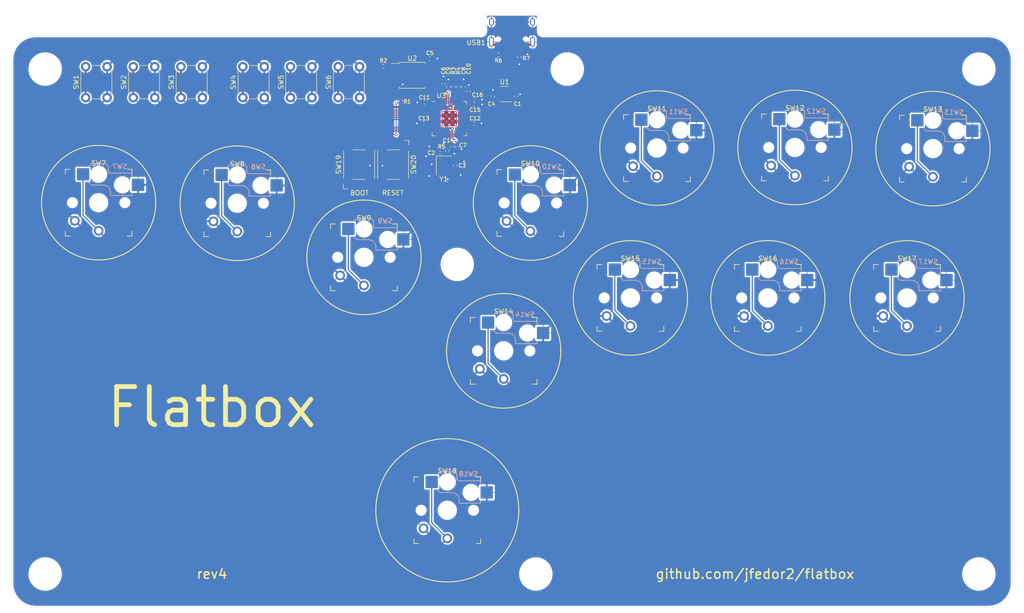
<source format=kicad_pcb>
(kicad_pcb (version 20221018) (generator pcbnew)
  (layers (0 "F.Cu" signal) (31 "B.Cu" signal) (34 "B.Paste" user) (35 "F.Paste" user) (36 "B.SilkS" user "B.Silkscreen") (37 "F.SilkS" user "F.Silkscreen") (38 "B.Mask" user) (39 "F.Mask" user) (44 "Edge.Cuts" user))
  (net 0 "")
  (net 1 "GND")
  (net 2 "+5V")
  (net 3 "D-")
  (net 4 "D+")
  (net 5 "Net-(USB1-Pad3)")
  (net 6 "Net-(USB1-Pad9)")
  (net 7 "LEFT")
  (net 8 "DOWN")
  (net 9 "RIGHT")
  (net 10 "UP")
  (net 11 "L1")
  (net 12 "R1")
  (net 13 "TRIANGLE")
  (net 14 "SQUARE")
  (net 15 "CIRCLE")
  (net 16 "CROSS")
  (net 17 "R2")
  (net 18 "L2")
  (net 19 "Net-(C3-Pad1)")
  (net 20 "+3V3")
  (net 21 "+1V1")
  (net 22 "Net-(R3-Pad2)")
  (net 23 "Net-(R4-Pad2)")
  (net 24 "Net-(R6-Pad1)")
  (net 25 "Net-(R7-Pad1)")
  (net 26 "XIN")
  (net 27 "XOUT")
  (net 28 "Net-(U1-Pad4)")
  (net 29 "OPT1")
  (net 30 "OPT2")
  (net 31 "OPT3")
  (net 32 "OPT4")
  (net 33 "OPT5")
  (net 34 "OPT6")
  (net 35 "Net-(R1-Pad2)")
  (net 36 "QSPI_SS")
  (net 37 "Net-(SW20-Pad2)")
  (net 38 "QSPI_SD3")
  (net 39 "QSPI_SCLK")
  (net 40 "QSPI_SD0")
  (net 41 "QSPI_SD2")
  (net 42 "QSPI_SD1")
  (net 43 "Net-(U3-Pad35)")
  (net 44 "Net-(U3-Pad34)")
  (net 45 "Net-(U3-Pad32)")
  (net 46 "Net-(U3-Pad31)")
  (net 47 "Net-(U3-Pad28)")
  (net 48 "Net-(U3-Pad25)")
  (net 49 "Net-(U3-Pad24)")
  (net 50 "Net-(U3-Pad18)")
  (net 51 "Net-(U3-Pad17)")
  (net 52 "Net-(U3-Pad16)")
  (net 53 "Net-(U3-Pad15)")
  (net 54 "Net-(U3-Pad11)")
  (net 55 "Net-(U3-Pad9)")
  (net 56 "Net-(U3-Pad2)")
  (footprint "Kailh:Kailh_socket_PG1350_optional" (layer "F.Cu") (at 87.32 65.17)
    (fp_text reference "SW8")
    (fp_text value "SW_Push")
  )
  (footprint "Kailh:Kailh_socket_PG1350_optional" (layer "F.Cu") (at 113.92 76.52)
    (fp_text reference "SW9")
    (fp_text value "SW_Push")
  )
  (footprint "Kailh:Kailh_socket_PG1350_optional" (layer "F.Cu") (at 131.42 129.62)
    (fp_text reference "SW18")
    (fp_text value "SW_Push")
  )
  (footprint "Kailh:Kailh_socket_PG1350_optional" (layer "F.Cu") (at 148.86 65.11)
    (fp_text reference "SW10")
    (fp_text value "SW_Push")
  )
  (footprint "Kailh:Kailh_socket_PG1350_optional" (layer "F.Cu") (at 175.42 53.58)
    (fp_text reference "SW11")
    (fp_text value "SW_Push")
  )
  (footprint "Kailh:Kailh_socket_PG1350_optional" (layer "F.Cu") (at 204.39 53.46)
    (fp_text reference "SW12")
    (fp_text value "SW_Push")
  )
  (footprint "Kailh:Kailh_socket_PG1350_optional" (layer "F.Cu") (at 233.36 53.7)
    (fp_text reference "SW13")
    (fp_text value "SW_Push")
  )
  (footprint "Kailh:Kailh_socket_PG1350_optional" (layer "F.Cu") (at 143.25 96.15)
    (fp_text reference "SW14")
    (fp_text value "SW_Push")
  )
  (footprint "Kailh:Kailh_socket_PG1350_optional" (layer "F.Cu") (at 169.86 85.04)
    (fp_text reference "SW15")
    (fp_text value "SW_Push")
  )
  (footprint "Kailh:Kailh_socket_PG1350_optional" (layer "F.Cu") (at 198.71 85.04)
    (fp_text reference "SW16")
    (fp_text value "SW_Push")
  )
  (footprint "Kailh:Kailh_socket_PG1350_optional" (layer "F.Cu") (at 227.92 85.04)
    (fp_text reference "SW17")
    (fp_text value "SW_Push")
  )
  (footprint "MountingHole:MountingHole_6.4mm_M6" (layer "F.Cu") (at 47 37)
    (fp_text reference "REF**" hide)
    (fp_text value "MountingHole_6.4mm_M6")
  )
  (footprint "MountingHole:MountingHole_6.4mm_M6" (layer "F.Cu") (at 47 143)
    (fp_text reference "REF**" hide)
    (fp_text value "MountingHole_6.4mm_M6")
  )
  (footprint "MountingHole:MountingHole_6.4mm_M6" (layer "F.Cu") (at 243 143)
    (fp_text reference "REF**" hide)
    (fp_text value "MountingHole_6.4mm_M6")
  )
  (footprint "MountingHole:MountingHole_6.4mm_M6" (layer "F.Cu") (at 243 37)
    (fp_text reference "REF**" hide)
    (fp_text value "MountingHole_6.4mm_M6")
  )
  (footprint "Kailh:Kailh_socket_PG1350_optional" (layer "F.Cu") (at 58.225 65.05)
    (fp_text reference "SW7")
    (fp_text value "SW_Push")
  )
  (footprint "MountingHole:MountingHole_6.4mm_M6" (layer "F.Cu") (at 156.6 37)
    (fp_text reference "REF**" hide)
    (fp_text value "MountingHole_6.4mm_M6")
  )
  (footprint "Button_Switch_THT:SW_PUSH_6mm_H5mm" (layer "F.Cu") (at 88.5 43 90)
    (fp_text reference "SW4")
    (fp_text value "SW_Push")
  )
  (footprint "Button_Switch_THT:SW_PUSH_6mm_H5mm" (layer "F.Cu") (at 65.5 43 90)
    (fp_text reference "SW2")
    (fp_text value "SW_Push")
  )
  (footprint "Button_Switch_THT:SW_PUSH_6mm_H5mm" (layer "F.Cu") (at 98.5 43 90)
    (fp_text reference "SW5")
    (fp_text value "SW_Push")
  )
  (footprint "Button_Switch_THT:SW_PUSH_6mm_H5mm" (layer "F.Cu") (at 55.5 43 90)
    (fp_text reference "SW1")
    (fp_text value "SW_Push")
  )
  (footprint "Button_Switch_THT:SW_PUSH_6mm_H5mm" (layer "F.Cu") (at 75.5 43 90)
    (fp_text reference "SW3")
    (fp_text value "SW_Push")
  )
  (footprint "Button_Switch_THT:SW_PUSH_6mm_H5mm" (layer "F.Cu") (at 108.5 43 90)
    (fp_text reference "SW6")
    (fp_text value "SW_Push")
  )
  (footprint "MountingHole:MountingHole_6.4mm_M6" (layer "F.Cu") (at 133.5 78)
    (fp_text reference "REF**" hide)
    (fp_text value "MountingHole_6.4mm_M6")
  )
  (footprint "MountingHole:MountingHole_6.4mm_M6" (layer "F.Cu") (at 150 143)
    (fp_text reference "REF**" hide)
    (fp_text value "MountingHole_6.4mm_M6")
  )
  (footprint "Resistor_SMD:R_0402_1005Metric" (layer "F.Cu") (at 146.55 34.5 -90)
    (fp_text reference "R7")
    (fp_text value "5.1k")
  )
  (footprint "Type-C:HRO-TYPE-C-31-M-12-Assembly" (layer "F.Cu") (at 145 24.5 180)
    (fp_text reference "USB1")
    (fp_text value "HRO-TYPE-C-31-M-12")
  )
  (footprint "Resistor_SMD:R_0402_1005Metric" (layer "F.Cu") (at 142.15 34.05 180)
    (fp_text reference "R6")
    (fp_text value "5.1k")
  )
  (footprint "Capacitor_SMD:C_0402_1005Metric" (layer "F.Cu") (at 145.8 42.75 90)
    (fp_text reference "C1")
    (fp_text value "1u")
  )
  (footprint "Capacitor_SMD:C_0402_1005Metric" (layer "F.Cu") (at 129.9 54.6)
    (fp_text reference "C2")
    (fp_text value "30p")
  )
  (footprint "Capacitor_SMD:C_0402_1005Metric" (layer "F.Cu") (at 141 42.75 90)
    (fp_text reference "C4")
    (fp_text value "1u")
  )
  (footprint "Capacitor_SMD:C_0402_1005Metric" (layer "F.Cu") (at 127.75 34.8)
    (fp_text reference "C5")
    (fp_text value "100n")
  )
  (footprint "Capacitor_SMD:C_0402_1005Metric" (layer "F.Cu") (at 130.6 40.1 90)
    (fp_text reference "C6")
    (fp_text value "100n")
  )
  (footprint "Capacitor_SMD:C_0402_1005Metric" (layer "F.Cu") (at 133.45 53.3 -90)
    (fp_text reference "C7")
    (fp_text value "100n")
  )
  (footprint "Capacitor_SMD:C_0402_1005Metric" (layer "F.Cu") (at 134.85 40.7 90)
    (fp_text reference "C8")
    (fp_text value "1u")
  )
  (footprint "Capacitor_SMD:C_0402_1005Metric" (layer "F.Cu") (at 131.65 40.7 90)
    (fp_text reference "C9")
    (fp_text value "100n")
  )
  (footprint "Capacitor_SMD:C_0402_1005Metric" (layer "F.Cu") (at 135.9 41.7 90)
    (fp_text reference "C10")
    (fp_text value "1u")
  )
  (footprint "Capacitor_SMD:C_0402_1005Metric" (layer "F.Cu") (at 137.1 44.45)
    (fp_text reference "C15")
    (fp_text value "100n")
  )
  (footprint "Capacitor_SMD:C_0402_1005Metric" (layer "F.Cu") (at 137.1 43.4)
    (fp_text reference "C16")
    (fp_text value "100n")
  )
  (footprint "Resistor_SMD:R_0402_1005Metric" (layer "F.Cu") (at 121.65 43.6 -90)
    (fp_text reference "R1")
    (fp_text value "1k")
  )
  (footprint "Resistor_SMD:R_0402_1005Metric" (layer "F.Cu") (at 118 36.4)
    (fp_text reference "R2")
    (fp_text value "10k")
  )
  (footprint "Resistor_SMD:R_0402_1005Metric" (layer "F.Cu") (at 133.78 40.7 -90)
    (fp_text reference "R4")
    (fp_text value "27")
  )
  (footprint "Button_Switch_SMD:SW_SPST_Omron_B3FS-100xP" (layer "F.Cu") (at 112.9 57.05 90)
    (fp_text reference "SW19")
    (fp_text value "SW_Push")
  )
  (footprint "Package_TO_SOT_SMD:SOT-23-5" (layer "F.Cu") (at 143.4 42.25 180)
    (fp_text reference "U1")
    (fp_text value "TLV73333PDBV")
  )
  (footprint "Package_SO:SOIC-8_5.23x5.23mm_P1.27mm" (layer "F.Cu") (at 124.05 38.3)
    (fp_text reference "U2")
    (fp_text value "W25Q128JVS")
  )
  (footprint "RP2040:RP2040-QFN-56" (layer "F.Cu") (at 131.85 47.4)
    (fp_text reference "U3")
    (fp_text value "RP2040")
  )
  (footprint "Crystal:Crystal_SMD_3225-4Pin_3.2x2.5mm" (layer "F.Cu") (at 130.75 57.25 -90)
    (fp_text reference "Y1")
    (fp_text value "Crystal_GND24")
  )
  (footprint "Resistor_SMD:R_0402_1005Metric" (layer "F.Cu") (at 132.7 40.7 -90)
    (fp_text reference "R3")
    (fp_text value "27")
  )
  (footprint "Capacitor_SMD:C_0402_1005Metric" (layer "F.Cu") (at 133.1 57.25 -90)
    (fp_text reference "C3")
    (fp_text value "30p")
  )
  (footprint "Button_Switch_SMD:SW_SPST_Omron_B3FS-100xP" (layer "F.Cu") (at 120.05 57.05 -90)
    (fp_text reference "SW20")
    (fp_text value "SW_Push")
  )
  (footprint "Capacitor_SMD:C_0402_1005Metric" (layer "F.Cu") (at 126.5 48.4 180)
    (fp_text reference "C13")
    (fp_text value "100n")
  )
  (footprint "Capacitor_SMD:C_0402_1005Metric" (layer "F.Cu") (at 137.1 48.4)
    (fp_text reference "C12")
    (fp_text value "100n")
  )
  (footprint "Resistor_SMD:R_0402_1005Metric" (layer "F.Cu") (at 131.4 54.15 90)
    (fp_text reference "R5")
    (fp_text value "1k")
  )
  (footprint "Capacitor_SMD:C_0402_1005Metric" (layer "F.Cu") (at 132.42 53.3 -90)
    (fp_text reference "C14")
    (fp_text value "100n")
  )
  (footprint "Capacitor_SMD:C_0402_1005Metric" (layer "F.Cu") (at 126.6 44 180)
    (fp_text reference "C11")
    (fp_text value "100n")
  )
  (gr_curve (pts (xy 210.385198 43.047376) (xy 214.096383 45.195832) (xy 216.382567 49.166344) (xy 216.382567 53.463258)) (stroke (width 0.2)) (layer "F.SilkS"))
  (gr_curve (pts (xy 154.860422 75.530868) (xy 151.149237 77.679325) (xy 146.576869 77.679325) (xy 142.865684 75.530868)) (stroke (width 0.2)) (layer "F.SilkS"))
  (gr_curve (pts (xy 163.420555 53.581518) (xy 163.420555 49.284605) (xy 165.706739 45.314093) (xy 169.417923 43.165636)) (stroke (width 0.2)) (layer "F.SilkS"))
  (gr_curve (pts (xy 210.385198 63.879139) (xy 206.674013 66.027596) (xy 202.101645 66.027596) (xy 198.39046 63.879139)) (stroke (width 0.2)) (layer "F.SilkS"))
  (gr_curve (pts (xy 210.706299 85.037421) (xy 210.706299 89.334334) (xy 208.420115 93.304846) (xy 204.70893 95.453303)) (stroke (width 0.2)) (layer "F.SilkS"))
  (gr_curve (pts (xy 181.412661 63.9974) (xy 177.701476 66.145857) (xy 173.129108 66.145857) (xy 169.417923 63.9974)) (stroke (width 0.2)) (layer "F.SilkS"))
  (gr_curve (pts (xy 163.859914 74.621539) (xy 167.571099 72.473082) (xy 172.143467 72.473082) (xy 175.854652 74.621539)) (stroke (width 0.2)) (layer "F.SilkS"))
  (gr_curve (pts (xy 137.252477 106.569308) (xy 133.541293 104.420852) (xy 131.255108 100.45034) (xy 131.255108 96.153426)) (stroke (width 0.2)) (layer "F.SilkS"))
  (gr_curve (pts (xy 198.39046 43.047376) (xy 202.101645 40.898919) (xy 206.674013 40.898919) (xy 210.385198 43.047376)) (stroke (width 0.2)) (layer "F.SilkS"))
  (gr_line (start 210.706299 85.037421) (end 210.706299 85.037421) (stroke (width 0.2)) (layer "F.SilkS"))
  (gr_curve (pts (xy 221.92329 74.621539) (xy 225.634475 72.473082) (xy 230.206843 72.473082) (xy 233.918028 74.621539)) (stroke (width 0.2)) (layer "F.SilkS"))
  (gr_curve (pts (xy 175.854652 95.453303) (xy 172.143467 97.601759) (xy 167.571099 97.601759) (xy 163.859914 95.453303)) (stroke (width 0.2)) (layer "F.SilkS"))
  (gr_curve (pts (xy 149.247215 106.569308) (xy 145.53603 108.717765) (xy 140.963662 108.717765) (xy 137.252477 106.569308)) (stroke (width 0.2)) (layer "F.SilkS"))
  (gr_line (start 99.309821 65.17053) (end 99.309821 65.17053) (stroke (width 0.2)) (layer "F.SilkS"))
  (gr_curve (pts (xy 136.868315 65.114986) (xy 136.868315 60.818073) (xy 139.154499 56.847561) (xy 142.865684 54.699104)) (stroke (width 0.2)) (layer "F.SilkS"))
  (gr_curve (pts (xy 192.714192 74.621539) (xy 196.425377 72.473082) (xy 200.997745 72.473082) (xy 204.70893 74.621539)) (stroke (width 0.2)) (layer "F.SilkS"))
  (gr_line (start 146.420969 129.619665) (end 146.420969 129.619665) (stroke (width 0.2)) (layer "F.SilkS"))
  (gr_curve (pts (xy 233.918028 95.453303) (xy 230.206843 97.601759) (xy 225.634475 97.601759) (xy 221.92329 95.453303)) (stroke (width 0.2)) (layer "F.SilkS"))
  (gr_curve (pts (xy 187.41003 53.581518) (xy 187.41003 57.878432) (xy 185.123846 61.848943) (xy 181.412661 63.9974)) (stroke (width 0.2)) (layer "F.SilkS"))
  (gr_curve (pts (xy 175.854652 74.621539) (xy 179.565837 76.769996) (xy 181.852021 80.740507) (xy 181.852021 85.037421)) (stroke (width 0.2)) (layer "F.SilkS"))
  (gr_curve (pts (xy 233.918028 74.621539) (xy 237.629213 76.769996) (xy 239.915397 80.740507) (xy 239.915397 85.037421)) (stroke (width 0.2)) (layer "F.SilkS"))
  (gr_line (start 216.382567 53.463258) (end 216.382567 53.463258) (stroke (width 0.2)) (layer "F.SilkS"))
  (gr_curve (pts (xy 46.22954 65.05228) (xy 46.22954 60.755367) (xy 48.515724 56.784855) (xy 52.226909 54.636398)) (stroke (width 0.2)) (layer "F.SilkS"))
  (gr_curve (pts (xy 155.244584 96.153426) (xy 155.244584 100.45034) (xy 152.9584 104.420852) (xy 149.247215 106.569308)) (stroke (width 0.2)) (layer "F.SilkS"))
  (gr_curve (pts (xy 101.927798 76.523042) (xy 101.927798 72.226128) (xy 104.213982 68.255617) (xy 107.925166 66.10716)) (stroke (width 0.2)) (layer "F.SilkS"))
  (gr_curve (pts (xy 131.255108 96.153426) (xy 131.255108 91.856513) (xy 133.541293 87.886001) (xy 137.252477 85.737546)) (stroke (width 0.2)) (layer "F.SilkS"))
  (gr_line (start 125.917273 76.523042) (end 125.917273 76.523042) (stroke (width 0.2)) (layer "F.SilkS"))
  (gr_curve (pts (xy 123.913745 142.649412) (xy 119.271238 139.9618) (xy 116.411337 134.994889) (xy 116.411337 129.619665)) (stroke (width 0.2)) (layer "F.SilkS"))
  (gr_curve (pts (xy 52.226909 54.636398) (xy 55.938093 52.487941) (xy 60.510462 52.487941) (xy 64.221646 54.636398)) (stroke (width 0.2)) (layer "F.SilkS"))
  (gr_line (start 239.915397 85.037421) (end 239.915397 85.037421) (stroke (width 0.2)) (layer "F.SilkS"))
  (gr_curve (pts (xy 107.925166 86.938924) (xy 104.213982 84.790467) (xy 101.927798 80.819955) (xy 101.927798 76.523042)) (stroke (width 0.2)) (layer "F.SilkS"))
  (gr_curve (pts (xy 146.420969 129.619665) (xy 146.420969 134.994889) (xy 143.561067 139.9618) (xy 138.918561 142.649412)) (stroke (width 0.2)) (layer "F.SilkS"))
  (gr_curve (pts (xy 192.393091 53.463258) (xy 192.393091 49.166344) (xy 194.679275 45.195832) (xy 198.39046 43.047376)) (stroke (width 0.2)) (layer "F.SilkS"))
  (gr_line (start 245.355098 53.699766) (end 245.355098 53.699766) (stroke (width 0.2)) (layer "F.SilkS"))
  (gr_curve (pts (xy 142.865684 54.699104) (xy 146.576869 52.550648) (xy 151.149237 52.550648) (xy 154.860422 54.699104)) (stroke (width 0.2)) (layer "F.SilkS"))
  (gr_curve (pts (xy 149.247215 85.737546) (xy 152.9584 87.886001) (xy 155.244584 91.856513) (xy 155.244584 96.153426)) (stroke (width 0.2)) (layer "F.SilkS"))
  (gr_curve (pts (xy 192.714192 95.453303) (xy 189.003008 93.304846) (xy 186.716823 89.334334) (xy 186.716823 85.037421)) (stroke (width 0.2)) (layer "F.SilkS"))
  (gr_curve (pts (xy 81.317714 54.754648) (xy 85.028899 52.606192) (xy 89.601267 52.606192) (xy 93.312452 54.754648)) (stroke (width 0.2)) (layer "F.SilkS"))
  (gr_curve (pts (xy 160.857791 65.114986) (xy 160.857791 69.4119) (xy 158.571607 73.382411) (xy 154.860422 75.530868)) (stroke (width 0.2)) (layer "F.SilkS"))
  (gr_curve (pts (xy 138.918561 116.589918) (xy 143.561067 119.277529) (xy 146.420969 124.244441) (xy 146.420969 129.619665)) (stroke (width 0.2)) (layer "F.SilkS"))
  (gr_curve (pts (xy 221.92329 95.453303) (xy 218.212105 93.304846) (xy 215.925921 89.334334) (xy 215.925921 85.037421)) (stroke (width 0.2)) (layer "F.SilkS"))
  (gr_curve (pts (xy 137.252477 85.737546) (xy 140.963662 83.589088) (xy 145.53603 83.589088) (xy 149.247215 85.737546)) (stroke (width 0.2)) (layer "F.SilkS"))
  (gr_curve (pts (xy 186.716823 85.037421) (xy 186.716823 80.740507) (xy 189.003008 76.769996) (xy 192.714192 74.621539)) (stroke (width 0.2)) (layer "F.SilkS"))
  (gr_curve (pts (xy 245.355098 53.699766) (xy 245.355097 60.342218) (xy 239.98487 65.72699) (xy 233.36036 65.72699)) (stroke (width 0.2)) (layer "F.SilkS"))
  (gr_curve (pts (xy 239.915397 85.037421) (xy 239.915397 89.334334) (xy 237.629213 93.304846) (xy 233.918028 95.453303)) (stroke (width 0.2)) (layer "F.SilkS"))
  (gr_curve (pts (xy 239.357729 43.283884) (xy 243.068914 45.432341) (xy 245.355098 49.402853) (xy 245.355098 53.699766)) (stroke (width 0.2)) (layer "F.SilkS"))
  (gr_line (start 155.244584 96.153426) (end 155.244584 96.153426) (stroke (width 0.2)) (layer "F.SilkS"))
  (gr_curve (pts (xy 123.913745 116.589918) (xy 128.556251 113.902306) (xy 134.276055 113.902306) (xy 138.918561 116.589918)) (stroke (width 0.2)) (layer "F.SilkS"))
  (gr_curve (pts (xy 138.918561 142.649412) (xy 134.276055 145.337024) (xy 128.556251 145.337024) (xy 123.913745 142.649412)) (stroke (width 0.2)) (layer "F.SilkS"))
  (gr_curve (pts (xy 99.309821 65.17053) (xy 99.309821 69.467444) (xy 97.023636 73.437955) (xy 93.312452 75.586412)) (stroke (width 0.2)) (layer "F.SilkS"))
  (gr_curve (pts (xy 64.221646 75.468162) (xy 60.510462 77.616619) (xy 55.938093 77.616619) (xy 52.226909 75.468162)) (stroke (width 0.2)) (layer "F.SilkS"))
  (gr_line (start 70.219015 65.05228) (end 70.219015 65.05228) (stroke (width 0.2)) (layer "F.SilkS"))
  (gr_curve (pts (xy 204.70893 95.453303) (xy 200.997745 97.601759) (xy 196.425377 97.601759) (xy 192.714192 95.453303)) (stroke (width 0.2)) (layer "F.SilkS"))
  (gr_curve (pts (xy 215.925921 85.037421) (xy 215.925921 80.740507) (xy 218.212105 76.769996) (xy 221.92329 74.621539)) (stroke (width 0.2)) (layer "F.SilkS"))
  (gr_curve (pts (xy 157.862545 85.037421) (xy 157.862545 80.740507) (xy 160.148729 76.769996) (xy 163.859914 74.621539)) (stroke (width 0.2)) (layer "F.SilkS"))
  (gr_curve (pts (xy 163.859914 95.453303) (xy 160.148729 93.304846) (xy 157.862545 89.334334) (xy 157.862545 85.037421)) (stroke (width 0.2)) (layer "F.SilkS"))
  (gr_curve (pts (xy 119.919904 86.938924) (xy 116.208719 89.08738) (xy 111.636351 89.08738) (xy 107.925166 86.938924)) (stroke (width 0.2)) (layer "F.SilkS"))
  (gr_line (start 181.852021 85.037421) (end 181.852021 85.037421) (stroke (width 0.2)) (layer "F.SilkS"))
  (gr_curve (pts (xy 154.860422 54.699104) (xy 158.571607 56.847561) (xy 160.857791 60.818073) (xy 160.857791 65.114986)) (stroke (width 0.2)) (layer "F.SilkS"))
  (gr_curve (pts (xy 75.320345 65.17053) (xy 75.320345 60.873617) (xy 77.606529 56.903105) (xy 81.317714 54.754648)) (stroke (width 0.2)) (layer "F.SilkS"))
  (gr_curve (pts (xy 93.312452 54.754648) (xy 97.023636 56.903105) (xy 99.309821 60.873617) (xy 99.309821 65.17053)) (stroke (width 0.2)) (layer "F.SilkS"))
  (gr_curve (pts (xy 119.919904 66.10716) (xy 123.631089 68.255617) (xy 125.917273 72.226128) (xy 125.917273 76.523042)) (stroke (width 0.2)) (layer "F.SilkS"))
  (gr_curve (pts (xy 116.411337 129.619665) (xy 116.411337 124.244441) (xy 119.271238 119.277529) (xy 123.913745 116.589918)) (stroke (width 0.2)) (layer "F.SilkS"))
  (gr_line (start 187.41003 53.581518) (end 187.41003 53.581518) (stroke (width 0.2)) (layer "F.SilkS"))
  (gr_curve (pts (xy 107.925166 66.10716) (xy 111.636351 63.958703) (xy 116.208719 63.958703) (xy 119.919904 66.10716)) (stroke (width 0.2)) (layer "F.SilkS"))
  (gr_curve (pts (xy 169.417923 63.9974) (xy 165.706739 61.848943) (xy 163.420555 57.878432) (xy 163.420555 53.581518)) (stroke (width 0.2)) (layer "F.SilkS"))
  (gr_curve (pts (xy 93.312452 75.586412) (xy 89.601267 77.734869) (xy 85.028899 77.734869) (xy 81.317714 75.586412)) (stroke (width 0.2)) (layer "F.SilkS"))
  (gr_curve (pts (xy 181.412661 43.165636) (xy 185.123846 45.314093) (xy 187.41003 49.284605) (xy 187.41003 53.581518)) (stroke (width 0.2)) (layer "F.SilkS"))
  (gr_curve (pts (xy 125.917273 76.523042) (xy 125.917273 80.819955) (xy 123.631089 84.790467) (xy 119.919904 86.938924)) (stroke (width 0.2)) (layer "F.SilkS"))
  (gr_curve (pts (xy 181.852021 85.037421) (xy 181.852021 89.334334) (xy 179.565837 93.304846) (xy 175.854652 95.453303)) (stroke (width 0.2)) (layer "F.SilkS"))
  (gr_line (start 160.857791 65.114986) (end 160.857791 65.114986) (stroke (width 0.2)) (layer "F.SilkS"))
  (gr_curve (pts (xy 216.382567 53.463258) (xy 216.382567 57.760171) (xy 214.096383 61.730683) (xy 210.385198 63.879139)) (stroke (width 0.2)) (layer "F.SilkS"))
  (gr_curve (pts (xy 70.219015 65.05228) (xy 70.219015 69.349193) (xy 67.932831 73.319705) (xy 64.221646 75.468162)) (stroke (width 0.2)) (layer "F.SilkS"))
  (gr_curve (pts (xy 221.365622 53.699766) (xy 221.365622 49.402853) (xy 223.651806 45.432341) (xy 227.362991 43.283884)) (stroke (width 0.2)) (layer "F.SilkS"))
  (gr_curve (pts (xy 233.36036 65.72699) (xy 226.73585 65.72699) (xy 221.365623 60.342218) (xy 221.365622 53.699766)) (stroke (width 0.2)) (layer "F.SilkS"))
  (gr_curve (pts (xy 142.865684 75.530868) (xy 139.154499 73.382411) (xy 136.868315 69.4119) (xy 136.868315 65.114986)) (stroke (width 0.2)) (layer "F.SilkS"))
  (gr_curve (pts (xy 169.417923 43.165636) (xy 173.129108 41.01718) (xy 177.701476 41.01718) (xy 181.412661 43.165636)) (stroke (width 0.2)) (layer "F.SilkS"))
  (gr_curve (pts (xy 81.317714 75.586412) (xy 77.606529 73.437955) (xy 75.320345 69.467444) (xy 75.320345 65.17053)) (stroke (width 0.2)) (layer "F.SilkS"))
  (gr_curve (pts (xy 198.39046 63.879139) (xy 194.679275 61.730683) (xy 192.393091 57.760171) (xy 192.393091 53.463258)) (stroke (width 0.2)) (layer "F.SilkS"))
  (gr_curve (pts (xy 204.70893 74.621539) (xy 208.420115 76.769996) (xy 210.706299 80.740507) (xy 210.706299 85.037421)) (stroke (width 0.2)) (layer "F.SilkS"))
  (gr_curve (pts (xy 64.221646 54.636398) (xy 67.932831 56.784855) (xy 70.219015 60.755367) (xy 70.219015 65.05228)) (stroke (width 0.2)) (layer "F.SilkS"))
  (gr_curve (pts (xy 52.226909 75.468162) (xy 48.515724 73.319705) (xy 46.22954 69.349193) (xy 46.22954 65.05228)) (stroke (width 0.2)) (layer "F.SilkS"))
  (gr_curve (pts (xy 227.362991 43.283884) (xy 231.074176 41.135427) (xy 235.646544 41.135427) (xy 239.357729 43.283884)) (stroke (width 0.2)) (layer "F.SilkS"))
  (gr_line (start 150.5 25.5) (end 150.5 29) (stroke (width 0.05)) (layer "Edge.Cuts"))
  (gr_line (start 45 30) (end 138.5 30) (stroke (width 0.05)) (layer "Edge.Cuts"))
  (gr_line (start 250 35) (end 250 145) (stroke (width 0.05)) (layer "Edge.Cuts"))
  (gr_line (start 245 150) (end 45 150) (stroke (width 0.05)) (layer "Edge.Cuts"))
  (gr_line (start 40 145) (end 40 35) (stroke (width 0.05)) (layer "Edge.Cuts"))
  (gr_line (start 151.5 30) (end 245 30) (stroke (width 0.05)) (layer "Edge.Cuts"))
  (gr_arc (start 151.5 30) (mid 150.792893 29.707107) (end 150.5 29) (stroke (width 0.05)) (layer "Edge.Cuts"))
  (gr_line (start 139.5 29) (end 139.5 25.5) (stroke (width 0.05)) (layer "Edge.Cuts"))
  (gr_line (start 139.5 25.5) (end 150.5 25.5) (stroke (width 0.05)) (layer "Edge.Cuts"))
  (gr_arc (start 139.5 29) (mid 139.207107 29.707107) (end 138.5 30) (stroke (width 0.05)) (layer "Edge.Cuts"))
  (gr_arc (start 245 30) (mid 248.535534 31.464466) (end 250 35) (stroke (width 0.05)) (layer "Edge.Cuts"))
  (gr_arc (start 45 150) (mid 41.464466 148.535534) (end 40 145) (stroke (width 0.05)) (layer "Edge.Cuts"))
  (gr_arc (start 40 35) (mid 41.464466 31.464466) (end 45 30) (stroke (width 0.05)) (layer "Edge.Cuts"))
  (gr_arc (start 250 145) (mid 248.535534 148.535534) (end 245 150) (stroke (width 0.05)) (layer "Edge.Cuts"))
  (gr_text "RESET" (at 120 63) (layer "F.SilkS") (effects (font (size 1 1))))
  (gr_text "github.com/jfedor2/flatbox" (at 196 143) (layer "F.SilkS") (effects (font (size 2 2) (thickness 0.3))))
  (gr_text "rev4" (at 82 143) (layer "F.SilkS") (effects (font (size 2 2) (thickness 0.3))))
  (gr_text "Flatbox" (at 82 108) (layer "F.SilkS") (effects (font (size 8 8) (thickness 1))))
  (gr_text "BOOT" (at 113 63) (layer "F.SilkS") (effects (font (size 1 1))))
  (segment (start 130.85 50.8375) (end 130.85 52.3) (width 0.2) (layer "F.Cu") (net 1))
  (segment (start 120.45 40.205) (end 122.045 40.205) (width 0.2) (layer "F.Cu") (net 1))
  (segment (start 133.1 58.690002) (end 132.340002 59.45) (width 0.2) (layer "F.Cu") (net 1))
  (segment (start 117.8 53.05) (end 117.8 57.3) (width 0.2) (layer "F.Cu") (net 1))
  (segment (start 134.38 53.78) (end 134.4 53.8) (width 0.2) (layer "F.Cu") (net 1))
  (segment (start 126.02 48.4) (end 125.05 48.4) (width 0.2) (layer "F.Cu") (net 1))
  (segment (start 128.85 55.17) (end 128.85 57.3) (width 0.2) (layer "F.Cu") (net 1))
  (segment (start 146.67 42.27) (end 146.7 42.3) (width 0.4) (layer "F.Cu") (net 1))
  (segment (start 129.42 53.73) (end 129.42 54.6) (width 0.2) (layer "F.Cu") (net 1))
  (segment (start 134.85 40.22) (end 134.85 39.2) (width 0.2) (layer "F.Cu") (net 1))
  (segment (start 141 42.27) (end 141 41.35) (width 0.4) (layer "F.Cu") (net 1))
  (segment (start 145.8 42.27) (end 146.67 42.27) (width 0.4) (layer "F.Cu") (net 1))
  (segment (start 115.15 61.05) (end 115.15 57.3) (width 0.2) (layer "F.Cu") (net 1))
  (segment (start 141.775 32.195) (end 141.595 32.195) (width 0.381) (layer "F.Cu") (net 1))
  (segment (start 141.75 33.94) (end 141.64 34.05) (width 0.2) (layer "F.Cu") (net 1))
  (segment (start 130.85 52.3) (end 130.65 52.5) (width 0.2) (layer "F.Cu") (net 1))
  (segment (start 132.42 54.27) (end 132.9 54.75) (width 0.2) (layer "F.Cu") (net 1))
  (segment (start 129.9 58.25) (end 131.6 56.55) (width 0.2) (layer "F.Cu") (net 1))
  (segment (start 141.02 42.25) (end 141 42.27) (width 0.4) (layer "F.Cu") (net 1))
  (segment (start 128.85 57.3) (end 129.9 58.35) (width 0.2) (layer "F.Cu") (net 1))
  (segment (start 149.32 31.28) (end 148.405 32.195) (width 0.381) (layer "F.Cu") (net 1))
  (segment (start 137.58 43.4) (end 138.7 43.4) (width 0.2) (layer "F.Cu") (net 1))
  (segment (start 145.8 42.27) (end 144.52 42.27) (width 0.4) (layer "F.Cu") (net 1))
  (segment (start 146.55 35.01) (end 146.55 36) (width 0.2) (layer "F.Cu") (net 1))
  (segment (start 141.595 32.195) (end 140.68 31.28) (width 0.381) (layer "F.Cu") (net 1))
  (segment (start 128.23 34.8) (end 129.35 34.8) (width 0.4) (layer "F.Cu") (net 1))
  (segment (start 131.65 40.22) (end 131.65 39.2) (width 0.2) (layer "F.Cu") (net 1))
  (segment (start 148.405 32.195) (end 148.35 32.195) (width 0.381) (layer "F.Cu") (net 1))
  (segment (start 130.65 52.5) (end 129.42 53.73) (width 0.2) (layer "F.Cu") (net 1))
  (segment (start 129.9 59.25) (end 129.9 58.35) (width 0.2) (layer "F.Cu") (net 1))
  (segment (start 129.42 54.6) (end 128.85 55.17) (width 0.2) (layer "F.Cu") (net 1))
  (segment (start 130.6 39.62) (end 130.6 38.55) (width 0.2) (layer "F.Cu") (net 1))
  (segment (start 130.1 59.45) (end 129.9 59.25) (width 0.2) (layer "F.Cu") (net 1))
  (segment (start 126.12 44) (end 125.1 44) (width 0.4) (layer "F.Cu") (net 1))
  (segment (start 133.1 57.73) (end 133.1 58.690002) (width 0.2) (layer "F.Cu") (net 1))
  (segment (start 132.340002 59.45) (end 130.1 59.45) (width 0.2) (layer "F.Cu") (net 1))
  (segment (start 122.045 40.205) (end 122.05 40.2) (width 0.2) (layer "F.Cu") (net 1))
  (segment (start 148.25 32.195) (end 148.25 33.9) (width 0.4) (layer "F.Cu") (net 1))
  (segment (start 141.75 32.195) (end 141.75 33.94) (width 0.2) (layer "F.Cu") (net 1))
  (segment (start 135.9 41.22) (end 135.9 40.35) (width 0.2) (layer "F.Cu") (net 1))
  (segment (start 144.52 42.27) (end 144.5 42.25) (width 0.4) (layer "F.Cu") (net 1))
  (segment (start 117.8 57.3) (end 117.8 61.05) (width 0.2) (layer "F.Cu") (net 1))
  (segment (start 129.9 58.35) (end 129.9 58.25) (width 0.2) (layer "F.Cu") (net 1))
  (segment (start 144.5 42.25) (end 141.02 42.25) (width 0.4) (layer "F.Cu") (net 1))
  (segment (start 137.58 48.4) (end 138.6 48.4) (width 0.2) (layer "F.Cu") (net 1))
  (segment (start 137.58 44.45) (end 138.7 44.45) (width 0.2) (layer "F.Cu") (net 1))
  (segment (start 131.6 56.55) (end 131.6 56.15) (width 0.2) (layer "F.Cu") (net 1))
  (segment (start 133.45 53.78) (end 134.38 53.78) (width 0.2) (layer "F.Cu") (net 1))
  (segment (start 115.15 57.3) (end 115.15 53.05) (width 0.2) (layer "F.Cu") (net 1))
  (segment (start 132.42 53.78) (end 132.42 54.27) (width 0.2) (layer "F.Cu") (net 1))
  (via (at 146.7 42.3) (size 0.6) (drill 0.35) (layers "F.Cu" "B.Cu") (net 1))
  (via (at 148.25 33.9) (size 0.6) (drill 0.35) (layers "F.Cu" "B.Cu") (net 1))
  (via (at 127.6 59.45) (size 0.6) (drill 0.35) (layers "F.Cu" "B.Cu") (net 1))
  (via (at 131.5 60.1) (size 0.6) (drill 0.35) (layers "F.Cu" "B.Cu") (net 1))
  (via (at 125.1 44) (size 0.6) (drill 0.35) (layers "F.Cu" "B.Cu") (net 1))
  (via (at 141 41.35) (size 0.6) (drill 0.35) (layers "F.Cu" "B.Cu") (net 1))
  (via (at 115.15 57.3) (size 0.6) (drill 0.35) (layers "F.Cu" "B.Cu") (net 1))
  (via (at 134.85 39.2) (size 0.6) (drill 0.35) (layers "F.Cu" "B.Cu") (net 1))
  (via (at 127.65 53.25) (size 0.6) (drill 0.35) (layers "F.Cu" "B.Cu") (net 1))
  (via (at 138.7 43.4) (size 0.6) (drill 0.35) (layers "F.Cu" "B.Cu") (net 1))
  (via (at 146.55 36) (size 0.6) (drill 0.35) (layers "F.Cu" "B.Cu") (net 1))
  (via (at 117.8 57.3) (size 0.6) (drill 0.35) (layers "F.Cu" "B.Cu") (net 1))
  (via (at 126.95 55.3) (size 0.6) (drill 0.35) (layers "F.Cu" "B.Cu") (net 1))
  (via (at 130.6 38.55) (size 0.6) (drill 0.35) (layers "F.Cu" "B.Cu") (net 1))
  (via (at 134.2 59.25) (size 0.6) (drill 0.35) (layers "F.Cu" "B.Cu") (net 1))
  (via (at 130.65 52.5) (size 0.6) (drill 0.35) (layers "F.Cu" "B.Cu") (net 1))
  (via (at 129.35 34.8) (size 0.6) (drill 0.35) (layers "F.Cu" "B.Cu") (net 1))
  (via (at 131.65 39.2) (size 0.6) (drill 0.35) (layers "F.Cu" "B.Cu") (net 1))
  (via (at 134.4 53.8) (size 0.6) (drill 0.35) (layers "F.Cu" "B.Cu") (net 1))
  (via (at 125.05 48.4) (size 0.6) (drill 0.35) (layers "F.Cu" "B.Cu") (net 1))
  (via (at 138.7 44.45) (size 0.6) (drill 0.35) (layers "F.Cu" "B.Cu") (net 1))
  (via (at 132.9 54.75) (size 0.6) (drill 0.35) (layers "F.Cu" "B.Cu") (net 1))
  (via (at 122.05 40.2) (size 0.6) (drill 0.35) (layers "F.Cu" "B.Cu") (net 1))
  (via (at 134.95 56.4) (size 0.6) (drill 0.35) (layers "F.Cu" "B.Cu") (net 1))
  (via (at 128.15 57) (size 0.6) (drill 0.35) (layers "F.Cu" "B.Cu") (net 1))
  (via (at 135.9 40.35) (size 0.6) (drill 0.35) (layers "F.Cu" "B.Cu") (net 1))
  (via (at 138.6 48.4) (size 0.6) (drill 0.35) (layers "F.Cu" "B.Cu") (net 1))
  (segment (start 138.25 99.95) (end 134.55 103.65) (width 0.381) (layer "B.Cu") (net 1))
  (segment (start 86.25 72.9) (end 88.8 72.9) (width 0.381) (layer "B.Cu") (net 1))
  (segment (start 232.51 61.65) (end 235.45 61.65) (width 0.381) (layer "B.Cu") (net 1))
  (segment (start 113 36.5) (end 113 43) (width 0.381) (layer "B.Cu") (net 1))
  (segment (start 62.1 34.4) (end 60 36.5) (width 0.381) (layer "B.Cu") (net 1))
  (segment (start 71.3 61.3) (end 78.97 68.97) (width 0.381) (layer "B.Cu") (net 1))
  (segment (start 169.59 56.55) (end 170.42 57.38) (width 0.381) (layer "B.Cu") (net 1))
  (segment (start 183.695 49.83) (end 191.96 49.83) (width 0.381) (layer "B.Cu") (net 1))
  (segment (start 98.1 62.25) (end 98.1 69.5) (width 0.381) (layer "B.Cu") (net 1))
  (segment (start 171.3 92.9) (end 178.135 86.065) (width 0.381) (layer "B.Cu") (net 1))
  (segment (start 72 45) (end 70 43) (width 0.381) (layer "B.Cu") (net 1))
  (segment (start 113 36.5) (end 110.9 34.4) (width 0.381) (layer "B.Cu") (net 1))
  (segment (start 105.1 34.4) (end 103 36.5) (width 0.381) (layer "B.Cu") (net 1))
  (segment (start 178.135 86.065) (end 178.135 81.29) (width 0.381) (layer "B.Cu") (net 1))
  (segment (start 237.544499 45.859499) (end 241.635 49.95) (width 0.381) (layer "B.Cu") (net 1))
  (segment (start 200.35 93.05) (end 206.985 86.415) (width 0.381) (layer "B.Cu") (net 1))
  (segment (start 101 45) (end 95 45) (width 0.381) (layer "B.Cu") (net 1))
  (segment (start 236.195 86.505) (end 236.195 81.29) (width 0.381) (layer "B.Cu") (net 1))
  (segment (start 60 36.5) (end 60 43) (width 0.381) (layer "B.Cu") (net 1))
  (segment (start 235.45 61.65) (end 241.635 55.465) (width 0.381) (layer "B.Cu") (net 1))
  (segment (start 57.175 72.8) (end 59.4 72.8) (width 0.381) (layer "B.Cu") (net 1))
  (segment (start 93 36.5) (end 93 43) (width 0.381) (layer "B.Cu") (net 1))
  (segment (start 49.2 64.825) (end 53.225 68.85) (width 0.381) (layer "B.Cu") (net 1))
  (segment (start 164.86 88.84) (end 155.085 88.84) (width 0.381) (layer "B.Cu") (net 1))
  (segment (start 196.831401 54.701401) (end 199.39 57.26) (width 0.381) (layer "B.Cu") (net 1))
  (segment (start 197.92 93.05) (end 200.35 93.05) (width 0.381) (layer "B.Cu") (net 1))
  (segment (start 143.86 68.91) (end 148.05 73.1) (width 0.381) (layer "B.Cu") (net 1))
  (segment (start 78.97 68.97) (end 82.32 68.97) (width 0.381) (layer "B.Cu") (net 1))
  (segment (start 157.135 61.36) (end 161.945 56.55) (width 0.381) (layer "B.Cu") (net 1))
  (segment (start 49.2 53.8) (end 49.2 64.825) (width 0.381) (layer "B.Cu") (net 1))
  (segment (start 226.98 92.9) (end 229.8 92.9) (width 0.381) (layer "B.Cu") (net 1))
  (segment (start 142.4 104.1) (end 144.9 104.1) (width 0.381) (layer "B.Cu") (net 1))
  (segment (start 97.27 61.42) (end 98.1 62.25) (width 0.381) (layer "B.Cu") (net 1))
  (segment (start 139.695 130.405) (end 139.695 125.87) (width 0.381) (layer "B.Cu") (net 1))
  (segment (start 66.5 65.7) (end 66.5 61.3) (width 0.381) (layer "B.Cu") (net 1))
  (segment (start 95.595 61.42) (end 97.27 61.42) (width 0.381) (layer "B.Cu") (net 1))
  (segment (start 228.36 57.5) (end 224.5 61.36) (width 0.381) (layer "B.Cu") (net 1))
  (segment (start 122.195 72.77) (end 127.865 67.1) (width 0.381) (layer "B.Cu") (net 1))
  (segment (start 82.1 34.4) (end 80 36.5) (width 0.381) (layer "B.Cu") (net 1))
  (segment (start 211.79 81.29) (end 206.985 81.29) (width 0.381) (layer "B.Cu") (net 1))
  (segment (start 60 43) (end 49.2 53.8) (width 0.381) (layer "B.Cu") (net 1))
  (segment (start 70 36.5) (end 67.9 34.4) (width 0.381) (layer "B.Cu") (net 1))
  (segment (start 229.8 92.9) (end 236.195 86.505) (width 0.381) (layer "B.Cu") (net 1))
  (segment (start 95 45) (end 93 43) (width 0.381) (layer "B.Cu") (net 1))
  (segment (start 139.695 120.045) (end 139.695 125.87) (width 0.381) (layer "B.Cu") (net 1))
  (segment (start 241.635 55.465) (end 241.635 49.95) (width 0.381) (layer "B.Cu") (net 1))
  (segment (start 157.135 66.365) (end 157.135 61.36) (width 0.381) (layer "B.Cu") (net 1))
  (segment (start 53.225 68.85) (end 57.175 72.8) (width 0.381) (layer "B.Cu") (net 1))
  (segment (start 67.9 34.4) (end 62.1 34.4) (width 0.381) (layer "B.Cu") (net 1))
  (segment (start 126.42 133.42) (end 130.5 137.5) (width 0.381) (layer "B.Cu") (net 1))
  (segment (start 112.85 84.25) (end 115.4 84.25) (width 0.381) (layer "B.Cu") (net 1))
  (segment (start 108.92 80.32) (end 112.85 84.25) (width 0.381) (layer "B.Cu") (net 1))
  (segment (start 228.36 57.5) (end 232.51 61.65) (width 0.381) (layer "B.Cu") (net 1))
  (segment (start 193.71 88.84) (end 197.92 93.05) (width 0.381) (layer "B.Cu") (net 1))
  (segment (start 134.55 103.65) (end 134.55 114.9) (width 0.381) (layer "B.Cu") (net 1))
  (segment (start 134.55 114.9) (end 139.695 120.045) (width 0.381) (layer "B.Cu") (net 1))
  (segment (start 82.32 68.97) (end 86.25 72.9) (width 0.381) (layer "B.Cu") (net 1))
  (segment (start 161.945 56.55) (end 169.59 56.55) (width 0.381) (layer "B.Cu") (net 1))
  (segment (start 190.09 88.84) (end 182.54 81.29) (width 0.381) (layer "B.Cu") (net 1))
  (segment (start 224.5 69.595) (end 236.195 81.29) (width 0.381) (layer "B.Cu") (net 1))
  (segment (start 216.515501 45.859499) (end 237.544499 45.859499) (width 0.381) (layer "B.Cu") (net 1))
  (segment (start 199.39 57.26) (end 203.63 61.5) (width 0.381) (layer "B.Cu") (net 1))
  (segment (start 103 36.5) (end 103 43) (width 0.381) (layer "B.Cu") (net 1))
  (segment (start 148.05 73.1) (end 150.4 73.1) (width 0.381) (layer "B.Cu") (net 1))
  (segment (start 80 36.5) (end 80 43) (width 0.381) (layer "B.Cu") (net 1))
  (segment (start 122.195 77.455) (end 122.195 72.77) (width 0.381) (layer "B.Cu") (net 1))
  (segment (start 59.4 72.8) (end 66.5 65.7) (width 0.381) (layer "B.Cu") (net 1))
  (segment (start 103 43) (end 101 45) (width 0.381) (layer "B.Cu") (net 1))
  (segment (start 151.525 97.475) (end 151.525 92.4) (width 0.381) (layer "B.Cu") (net 1))
  (segment (start 212.665 54.535) (end 212.665 49.71) (width 0.381) (layer "B.Cu") (net 1))
  (segment (start 93 36.5) (end 90.9 34.4) (width 0.381) (layer "B.Cu") (net 1))
  (segment (start 98.1 69.5) (end 108.92 80.32) (width 0.381) (layer "B.Cu") (net 1))
  (segment (start 66.5 61.3) (end 71.3 61.3) (width 0.381) (layer "B.Cu") (net 1))
  (segment (start 219.34 88.84) (end 211.79 81.29) (width 0.381) (layer "B.Cu") (net 1))
  (segment (start 212.665 49.71) (end 216.515501 45.859499) (width 0.381) (layer "B.Cu") (net 1))
  (segment (start 90.9 34.4) (end 82.1 34.4) (width 0.381) (layer "B.Cu") (net 1))
  (segment (start 70 36.5) (end 70 43) (width 0.381) (layer "B.Cu") (net 1))
  (segment (start 88.8 72.9) (end 95.595 66.105) (width 0.381) (layer "B.Cu") (net 1))
  (segment (start 224.5 61.36) (end 224.5 69.595) (width 0.381) (layer "B.Cu") (net 1))
  (segment (start 115.4 84.25) (end 122.195 77.455) (width 0.381) (layer "B.Cu") (net 1))
  (segment (start 222.92 88.84) (end 226.98 92.9) (width 0.381) (layer "B.Cu") (net 1))
  (segment (start 130.5 137.5) (end 132.6 137.5) (width 0.381) (layer "B.Cu") (net 1))
  (segment (start 206.985 86.415) (end 206.985 81.29) (width 0.381) (layer "B.Cu") (net 1))
  (segment (start 193.71 88.84) (end 190.09 88.84) (width 0.381) (layer "B.Cu") (net 1))
  (segment (start 78 45) (end 72 45) (width 0.381) (layer "B.Cu") (net 1))
  (segment (start 176.6 61.6) (end 183.695 54.505) (width 0.381) (layer "B.Cu") (net 1))
  (segment (start 80 43) (end 78 45) (width 0.381) (layer "B.Cu") (net 1))
  (segment (start 183.695 54.505) (end 183.695 49.83) (width 0.381) (layer "B.Cu") (net 1))
  (segment (start 170.42 57.38) (end 174.64 61.6) (width 0.381) (layer "B.Cu") (net 1))
  (segment (start 138.25 99.95) (end 142.4 104.1) (width 0.381) (layer "B.Cu") (net 1))
  (segment (start 127.865 67.1) (end 142.05 67.1) (width 0.381) (layer "B.Cu") (net 1))
  (segment (start 174.64 61.6) (end 176.6 61.6) (width 0.381) (layer "B.Cu") (net 1))
  (segment (start 205.7 61.5) (end 212.665 54.535) (width 0.381) (layer "B.Cu") (net 1))
  (segment (start 222.92 88.84) (end 219.34 88.84) (width 0.381) (layer "B.Cu") (net 1))
  (segment (start 182.54 81.29) (end 178.135 81.29) (width 0.381) (layer "B.Cu") (net 1))
  (segment (start 155.085 88.84) (end 151.525 92.4) (width 0.381) (layer "B.Cu") (net 1))
  (segment (start 203.63 61.5) (end 205.7 61.5) (width 0.381) (layer "B.Cu") (net 1))
  (segment (start 110.9 34.4) (end 105.1 34.4) (width 0.381) (layer "B.Cu") (net 1))
  (segment (start 132.6 137.5) (end 139.695 130.405) (width 0.381) (layer "B.Cu") (net 1))
  (segment (start 168.92 92.9) (end 171.3 92.9) (width 0.381) (layer "B.Cu") (net 1))
  (segment (start 150.4 73.1) (end 157.135 66.365) (width 0.381) (layer "B.Cu") (net 1))
  (segment (start 95.595 66.105) (end 95.595 61.42) (width 0.381) (layer "B.Cu") (net 1))
  (segment (start 142.05 67.1) (end 143.86 68.91) (width 0.381) (layer "B.Cu") (net 1))
  (segment (start 144.9 104.1) (end 151.525 97.475) (width 0.381) (layer "B.Cu") (net 1))
  (segment (start 164.86 88.84) (end 168.92 92.9) (width 0.381) (layer "B.Cu") (net 1))
  (segment (start 191.96 49.83) (end 196.831401 54.701401) (width 0.381) (layer "B.Cu") (net 1))
  (segment (start 142.55 32.195) (end 142.55 31.383002) (width 0.4) (layer "F.Cu") (net 2))
  (segment (start 147.45 31.383002) (end 147.45 32.195) (width 0.4) (layer "F.Cu") (net 2))
  (segment (start 147.45 41.1) (end 147.25 41.3) (width 0.4) (layer "F.Cu") (net 2))
  (segment (start 147.25 41.3) (end 144.5 41.3) (width 0.4) (layer "F.Cu") (net 2))
  (segment (start 147.45 42.586002) (end 147.45 41.1) (width 0.4) (layer "F.Cu") (net 2))
  (segment (start 143.383001 30.550001) (end 146.616999 30.550001) (width 0.4) (layer "F.Cu") (net 2))
  (segment (start 146.616999 30.550001) (end 147.45 31.383002) (width 0.4) (layer "F.Cu") (net 2))
  (segment (start 144.53 43.23) (end 144.5 43.2) (width 0.2) (layer "F.Cu") (net 2))
  (segment (start 147.45 32.195) (end 147.45 41.1) (width 0.4) (layer "F.Cu") (net 2))
  (segment (start 146.806002 43.23) (end 147.45 42.586002) (width 0.4) (layer "F.Cu") (net 2))
  (segment (start 145.8 43.23) (end 146.806002 43.23) (width 0.4) (layer "F.Cu") (net 2))
  (segment (start 145.8 43.23) (end 144.53 43.23) (width 0.4) (layer "F.Cu") (net 2))
  (segment (start 142.55 31.383002) (end 143.383001 30.550001) (width 0.4) (layer "F.Cu") (net 2))
  (segment (start 145.225 36.225) (end 145.225 33.625) (width 0.2) (layer "F.Cu") (net 3))
  (segment (start 145.2 33.6) (end 145.260002 33.6) (width 0.2) (layer "F.Cu") (net 3))
  (segment (start 145.225 33.625) (end 145.2 33.6) (width 0.2) (layer "F.Cu") (net 3))
  (segment (start 133.45 38.9) (end 134.8 37.55) (width 0.2) (layer "F.Cu") (net 3))
  (segment (start 133.78 40.19) (end 133.45 39.86) (width 0.2) (layer "F.Cu") (net 3))
  (segment (start 134.8 37.55) (end 143.9 37.55) (width 0.2) (layer "F.Cu") (net 3))
  (segment (start 143.9 37.55) (end 145.225 36.225) (width 0.2) (layer "F.Cu") (net 3))
  (segment (start 144.75 33.15) (end 145.2 33.6) (width 0.2) (layer "F.Cu") (net 3))
  (segment (start 145.75 33.110002) (end 145.75 32.195) (width 0.2) (layer "F.Cu") (net 3))
  (segment (start 145.260002 33.6) (end 145.75 33.110002) (width 0.2) (layer "F.Cu") (net 3))
  (segment (start 133.45 39.86) (end 133.45 38.9) (width 0.2) (layer "F.Cu") (net 3))
  (segment (start 144.75 32.195) (end 144.75 33.15) (width 0.2) (layer "F.Cu") (net 3))
  (segment (start 133.05 38.7343) (end 134.634311 37.149989) (width 0.2) (layer "F.Cu") (net 4))
  (segment (start 144.8 33.8) (end 144.25 33.25) (width 0.2) (layer "F.Cu") (net 4))
  (segment (start 144.469989 31.050011) (end 145.030011 31.050011) (width 0.2) (layer "F.Cu") (net 4))
  (segment (start 145.25 31.27) (end 145.25 32.195) (width 0.2) (layer "F.Cu") (net 4))
  (segment (start 144.25 32.195) (end 144.25 31.27) (width 0.2) (layer "F.Cu") (net 4))
  (segment (start 144.25 31.27) (end 144.469989 31.050011) (width 0.2) (layer "F.Cu") (net 4))
  (segment (start 143.734311 37.149989) (end 144.8 36.0843) (width 0.2) (layer "F.Cu") (net 4))
  (segment (start 133.05 39.84) (end 133.05 38.7343) (width 0.2) (layer "F.Cu") (net 4))
  (segment (start 132.7 40.19) (end 133.05 39.84) (width 0.2) (layer "F.Cu") (net 4))
  (segment (start 144.8 36.0843) (end 144.8 33.8) (width 0.2) (layer "F.Cu") (net 4))
  (segment (start 144.25 33.25) (end 144.25 32.195) (width 0.2) (layer "F.Cu") (net 4))
  (segment (start 134.634311 37.149989) (end 143.734311 37.149989) (width 0.2) (layer "F.Cu") (net 4))
  (segment (start 145.030011 31.050011) (end 145.25 31.27) (width 0.2) (layer "F.Cu") (net 4))
  (segment (start 64.625 77.35) (end 58.225 70.95) (width 0.2) (layer "F.Cu") (net 7))
  (segment (start 68.45 77.35) (end 64.625 77.35) (width 0.2) (layer "F.Cu") (net 7))
  (segment (start 71.75 59.3) (end 71.75 74.05) (width 0.2) (layer "F.Cu") (net 7))
  (segment (start 128.4125 49.2) (end 81.85 49.2) (width 0.2) (layer "F.Cu") (net 7))
  (segment (start 71.75 74.05) (end 68.45 77.35) (width 0.2) (layer "F.Cu") (net 7))
  (segment (start 81.85 49.2) (end 71.75 59.3) (width 0.2) (layer "F.Cu") (net 7))
  (segment (start 54.95 59.1) (end 54.95 67.675) (width 0.254) (layer "B.Cu") (net 7))
  (segment (start 54.95 67.675) (end 58.225 70.95) (width 0.254) (layer "B.Cu") (net 7))
  (segment (start 81.04 77.35) (end 87.32 71.07) (width 0.2) (layer "F.Cu") (net 8))
  (segment (start 128.4125 49.6) (end 83.6 49.6) (width 0.2) (layer "F.Cu") (net 8))
  (segment (start 73.5 59.7) (end 73.5 73.5) (width 0.2) (layer "F.Cu") (net 8))
  (segment (start 77.35 77.35) (end 81.04 77.35) (width 0.2) (layer "F.Cu") (net 8))
  (segment (start 83.6 49.6) (end 73.5 59.7) (width 0.2) (layer "F.Cu") (net 8))
  (segment (start 73.5 73.5) (end 77.35 77.35) (width 0.2) (layer "F.Cu") (net 8))
  (segment (start 84.045 67.795) (end 87.32 71.07) (width 0.254) (layer "B.Cu") (net 8))
  (segment (start 84.045 59.22) (end 84.045 67.795) (width 0.254) (layer "B.Cu") (net 8))
  (segment (start 100.5 57.55) (end 100.5 85.35) (width 0.2) (layer "F.Cu") (net 9))
  (segment (start 128.4125 50) (end 108.05 50) (width 0.2) (layer "F.Cu") (net 9))
  (segment (start 100.5 85.35) (end 104.1 88.95) (width 0.2) (layer "F.Cu") (net 9))
  (segment (start 107.39 88.95) (end 113.92 82.42) (width 0.2) (layer "F.Cu") (net 9))
  (segment (start 104.1 88.95) (end 107.39 88.95) (width 0.2) (layer "F.Cu") (net 9))
  (segment (start 108.05 50) (end 100.5 57.55) (width 0.2) (layer "F.Cu") (net 9))
  (segment (start 110.645 70.57) (end 110.645 79.145) (width 0.254) (layer "B.Cu") (net 9))
  (segment (start 110.645 79.145) (end 113.92 82.42) (width 0.254) (layer "B.Cu") (net 9))
  (segment (start 112.6 120.3) (end 112.6 140.55) (width 0.2) (layer "F.Cu") (net 10))
  (segment (start 126.4 106.5) (end 112.6 120.3) (width 0.2) (layer "F.Cu") (net 10))
  (segment (start 136.8 59.85) (end 126.4 70.25) (width 0.2) (layer "F.Cu") (net 10))
  (segment (start 134.05 51.4) (end 136.8 54.15) (width 0.2) (layer "F.Cu") (net 10))
  (segment (start 112.6 140.55) (end 116.9 144.85) (width 0.2) (layer "F.Cu") (net 10))
  (segment (start 136.8 54.15) (end 136.8 59.85) (width 0.2) (layer "F.Cu") (net 10))
  (segment (start 126.4 70.25) (end 126.4 106.5) (width 0.2) (layer "F.Cu") (net 10))
  (segment (start 116.9 144.85) (end 122.09 144.85) (width 0.2) (layer "F.Cu") (net 10))
  (segment (start 134.05 50.8375) (end 134.05 51.4) (width 0.2) (layer "F.Cu") (net 10))
  (segment (start 122.09 144.85) (end 131.42 135.52) (width 0.2) (layer "F.Cu") (net 10))
  (segment (start 128.145 132.245) (end 131.42 135.52) (width 0.254) (layer "B.Cu") (net 10))
  (segment (start 128.145 123.67) (end 128.145 132.245) (width 0.254) (layer "B.Cu") (net 10))
  (segment (start 213 37.7) (end 219.6 44.3) (width 0.2) (layer "F.Cu") (net 11))
  (segment (start 160.9 45.2) (end 168.4 37.7) (width 0.2) (layer "F.Cu") (net 11))
  (segment (start 219.6 62.15) (end 222.85 65.4) (width 0.2) (layer "F.Cu") (net 11))
  (segment (start 219.6 44.3) (end 219.6 62.15) (width 0.2) (layer "F.Cu") (net 11))
  (segment (start 168.4 37.7) (end 213 37.7) (width 0.2) (layer "F.Cu") (net 11))
  (segment (start 135.2875 45.2) (end 160.9 45.2) (width 0.2) (layer "F.Cu") (net 11))
  (segment (start 222.85 65.4) (end 227.56 65.4) (width 0.2) (layer "F.Cu") (net 11))
  (segment (start 227.56 65.4) (end 233.36 59.6) (width 0.2) (layer "F.Cu") (net 11))
  (segment (start 230.085 47.75) (end 230.085 56.325) (width 0.254) (layer "B.Cu") (net 11))
  (segment (start 230.085 56.325) (end 233.36 59.6) (width 0.254) (layer "B.Cu") (net 11))
  (segment (start 161.231396 46) (end 168.731396 38.5) (width 0.2) (layer "F.Cu") (net 12))
  (segment (start 190.85 62.1) (end 194.15 65.4) (width 0.2) (layer "F.Cu") (net 12))
  (segment (start 194.15 65.4) (end 198.35 65.4) (width 0.2) (layer "F.Cu") (net 12))
  (segment (start 198.35 65.4) (end 204.39 59.36) (width 0.2) (layer "F.Cu") (net 12))
  (segment (start 190.85 41.25) (end 190.85 62.1) (width 0.2) (layer "F.Cu") (net 12))
  (segment (start 135.2875 46) (end 161.231396 46) (width 0.2) (layer "F.Cu") (net 12))
  (segment (start 168.731396 38.5) (end 188.1 38.5) (width 0.2) (layer "F.Cu") (net 12))
  (segment (start 188.1 38.5) (end 190.85 41.25) (width 0.2) (layer "F.Cu") (net 12))
  (segment (start 201.115 56.085) (end 204.39 59.36) (width 0.254) (layer "B.Cu") (net 12))
  (segment (start 201.115 47.51) (end 201.115 56.085) (width 0.254) (layer "B.Cu") (net 12))
  (segment (start 157.95 46.8) (end 162.7 51.55) (width 0.2) (layer "F.Cu") (net 13))
  (segment (start 135.2875 46.8) (end 157.95 46.8) (width 0.2) (layer "F.Cu") (net 13))
  (segment (start 169.5 65.4) (end 175.42 59.48) (width 0.2) (layer "F.Cu") (net 13))
  (segment (start 162.7 61.85) (end 166.25 65.4) (width 0.2) (layer "F.Cu") (net 13))
  (segment (start 162.7 51.55) (end 162.7 61.85) (width 0.2) (layer "F.Cu") (net 13))
  (segment (start 166.25 65.4) (end 169.5 65.4) (width 0.2) (layer "F.Cu") (net 13))
  (segment (start 172.145 47.63) (end 172.145 56.205) (width 0.254) (layer "B.Cu") (net 13))
  (segment (start 172.145 56.205) (end 175.42 59.48) (width 0.254) (layer "B.Cu") (net 13))
  (segment (start 161.5 73.5) (end 158.05 76.95) (width 0.2) (layer "F.Cu") (net 14))
  (segment (start 135.2875 50) (end 159.35 50) (width 0.2) (layer "F.Cu") (net 14))
  (segment (start 161.5 52.15) (end 161.5 73.5) (width 0.2) (layer "F.Cu") (net 14))
  (segment (start 158.05 76.95) (end 154.8 76.95) (width 0.2) (layer "F.Cu") (net 14))
  (segment (start 154.8 76.95) (end 148.86 71.01) (width 0.2) (layer "F.Cu") (net 14))
  (segment (start 159.35 50) (end 161.5 52.15) (width 0.2) (layer "F.Cu") (net 14))
  (segment (start 145.585 67.735) (end 148.86 71.01) (width 0.254) (layer "B.Cu") (net 14))
  (segment (start 145.585 59.16) (end 145.585 67.735) (width 0.254) (layer "B.Cu") (net 14))
  (segment (start 162.3 73.9) (end 157.1 79.1) (width 0.2) (layer "F.Cu") (net 15))
  (segment (start 162.3 51.757849) (end 162.3 73.9) (width 0.2) (layer "F.Cu") (net 15))
  (segment (start 164.05 96.75) (end 169.86 90.94) (width 0.2) (layer "F.Cu") (net 15))
  (segment (start 157.742151 47.2) (end 162.3 51.757849) (width 0.2) (layer "F.Cu") (net 15))
  (segment (start 160.55 96.75) (end 164.05 96.75) (width 0.2) (layer "F.Cu") (net 15))
  (segment (start 135.2875 47.2) (end 157.742151 47.2) (width 0.2) (layer "F.Cu") (net 15))
  (segment (start 157.1 93.3) (end 160.55 96.75) (width 0.2) (layer "F.Cu") (net 15))
  (segment (start 157.1 79.1) (end 157.1 93.3) (width 0.2) (layer "F.Cu") (net 15))
  (segment (start 166.585 79.09) (end 166.585 87.665) (width 0.254) (layer "B.Cu") (net 15))
  (segment (start 166.585 87.665) (end 169.86 90.94) (width 0.254) (layer "B.Cu") (net 15))
  (segment (start 156.69999 104.80001) (end 153.8 107.7) (width 0.2) (layer "F.Cu") (net 16))
  (segment (start 135.2875 49.6) (end 159.55 49.6) (width 0.2) (layer "F.Cu") (net 16))
  (segment (start 156.69999 78.90001) (end 156.69999 104.80001) (width 0.2) (layer "F.Cu") (net 16))
  (segment (start 161.9 73.7) (end 156.69999 78.90001) (width 0.2) (layer "F.Cu") (net 16))
  (segment (start 159.55 49.6) (end 161.9 51.95) (width 0.2) (layer "F.Cu") (net 16))
  (segment (start 148.9 107.7) (end 143.25 102.05) (width 0.2) (layer "F.Cu") (net 16))
  (segment (start 153.8 107.7) (end 148.9 107.7) (width 0.2) (layer "F.Cu") (net 16))
  (segment (start 161.9 51.95) (end 161.9 73.7) (width 0.2) (layer "F.Cu") (net 16))
  (segment (start 139.975 98.775) (end 143.25 102.05) (width 0.254) (layer "B.Cu") (net 16))
  (segment (start 139.975 90.2) (end 139.975 98.775) (width 0.254) (layer "B.Cu") (net 16))
  (segment (start 161.397094 46.4) (end 168.897094 38.9) (width 0.2) (layer "F.Cu") (net 17))
  (segment (start 184.8 80.1) (end 184.8 93.7) (width 0.2) (layer "F.Cu") (net 17))
  (segment (start 188.9 76) (end 184.8 80.1) (width 0.2) (layer "F.Cu") (net 17))
  (segment (start 135.2875 46.4) (end 161.397094 46.4) (width 0.2) (layer "F.Cu") (net 17))
  (segment (start 186.05 38.9) (end 188.9 41.75) (width 0.2) (layer "F.Cu") (net 17))
  (segment (start 188.9 41.75) (end 188.9 76) (width 0.2) (layer "F.Cu") (net 17))
  (segment (start 168.897094 38.9) (end 186.05 38.9) (width 0.2) (layer "F.Cu") (net 17))
  (segment (start 184.8 93.7) (end 187.85 96.75) (width 0.2) (layer "F.Cu") (net 17))
  (segment (start 192.9 96.75) (end 198.71 90.94) (width 0.2) (layer "F.Cu") (net 17))
  (segment (start 187.85 96.75) (end 192.9 96.75) (width 0.2) (layer "F.Cu") (net 17))
  (segment (start 195.435 79.09) (end 195.435 87.665) (width 0.254) (layer "B.Cu") (net 17))
  (segment (start 195.435 87.665) (end 198.71 90.94) (width 0.254) (layer "B.Cu") (net 17))
  (segment (start 168.565698 38.1) (end 211.7 38.1) (width 0.2) (layer "F.Cu") (net 18))
  (segment (start 217.75 96.85) (end 222.01 96.85) (width 0.2) (layer "F.Cu") (net 18))
  (segment (start 214.1 80.95) (end 214.1 93.2) (width 0.2) (layer "F.Cu") (net 18))
  (segment (start 214.1 93.2) (end 217.75 96.85) (width 0.2) (layer "F.Cu") (net 18))
  (segment (start 211.7 38.1) (end 217.65 44.05) (width 0.2) (layer "F.Cu") (net 18))
  (segment (start 161.065698 45.6) (end 168.565698 38.1) (width 0.2) (layer "F.Cu") (net 18))
  (segment (start 217.65 44.05) (end 217.65 77.4) (width 0.2) (layer "F.Cu") (net 18))
  (segment (start 217.65 77.4) (end 214.1 80.95) (width 0.2) (layer "F.Cu") (net 18))
  (segment (start 222.01 96.85) (end 227.92 90.94) (width 0.2) (layer "F.Cu") (net 18))
  (segment (start 135.2875 45.6) (end 161.065698 45.6) (width 0.2) (layer "F.Cu") (net 18))
  (segment (start 224.645 79.09) (end 224.645 87.665) (width 0.254) (layer "B.Cu") (net 18))
  (segment (start 224.645 87.665) (end 227.92 90.94) (width 0.254) (layer "B.Cu") (net 18))
  (segment (start 133.1 55.809998) (end 133.1 56.77) (width 0.2) (layer "F.Cu") (net 19))
  (segment (start 133.03 56.77) (end 133.1 56.77) (width 0.2) (layer "F.Cu") (net 19))
  (segment (start 131.950002 54.66) (end 133.1 55.809998) (width 0.2) (layer "F.Cu") (net 19))
  (segment (start 131.6 58.35) (end 131.6 58.2) (width 0.2) (layer "F.Cu") (net 19))
  (segment (start 131.6 58.2) (end 133.03 56.77) (width 0.2) (layer "F.Cu") (net 19))
  (segment (start 131.4 54.66) (end 131.950002 54.66) (width 0.2) (layer "F.Cu") (net 19))
  (segment (start 128 44) (end 128.4125 44.4125) (width 0.4) (layer "F.Cu") (net 20))
  (segment (start 120 45) (end 126.3 45) (width 0.4) (layer "F.Cu") (net 20))
  (segment (start 132.05 43.9625) (end 132.05 44.7) (width 0.2) (layer "F.Cu") (net 20))
  (segment (start 135.2875 48.4) (end 134.4 48.4) (width 0.2) (layer "F.Cu") (net 20))
  (segment (start 132.45 52.79) (end 132.42 52.82) (width 0.2) (layer "F.Cu") (net 20))
  (segment (start 132.05 50.8375) (end 132.05 50.1) (width 0.2) (layer "F.Cu") (net 20))
  (segment (start 117.49 36.4) (end 117.35 36.4) (width 0.4) (layer "F.Cu") (net 20))
  (segment (start 128.4125 48.4) (end 126.98 48.4) (width 0.2) (layer "F.Cu") (net 20))
  (segment (start 134.05 43.9625) (end 134.05 44.6) (width 0.2) (layer "F.Cu") (net 20))
  (segment (start 126.3 45) (end 127.08 44.22) (width 0.4) (layer "F.Cu") (net 20))
  (segment (start 128.4125 44.4125) (end 128.4125 44.69999) (width 0.4) (layer "F.Cu") (net 20))
  (segment (start 134.05 44.6) (end 134.25 44.8) (width 0.2) (layer "F.Cu") (net 20))
  (segment (start 132.45 43.9625) (end 132.45 44.6) (width 0.2) (layer "F.Cu") (net 20))
  (segment (start 131.718004 41.18) (end 131.65 41.18) (width 0.2) (layer "F.Cu") (net 20))
  (segment (start 132.45 42.9) (end 132.3 42.75) (width 0.2) (layer "F.Cu") (net 20))
  (segment (start 132.05 43) (end 132.3 42.75) (width 0.2) (layer "F.Cu") (net 20))
  (segment (start 140.97 43.2) (end 140 43.2) (width 0.4) (layer "F.Cu") (net 20))
  (segment (start 135.2875 48.4) (end 136.62 48.4) (width 0.2) (layer "F.Cu") (net 20))
  (segment (start 127.3 36.045) (end 127.65 36.395) (width 0.4) (layer "F.Cu") (net 20))
  (segment (start 117.49 36.4) (end 117.49 36.21) (width 0.4) (layer "F.Cu") (net 20))
  (segment (start 132.45 43.9625) (end 132.45 42.9) (width 0.2) (layer "F.Cu") (net 20))
  (segment (start 140 43.2) (end 138.98 42.18) (width 0.4) (layer "F.Cu") (net 20))
  (segment (start 138.98 42.18) (end 135.9 42.18) (width 0.4) (layer "F.Cu") (net 20))
  (segment (start 134.5 44.8) (end 134.45 44.75) (width 0.2) (layer "F.Cu") (net 20))
  (segment (start 128.4125 44.8) (end 129.2 44.8) (width 0.2) (layer "F.Cu") (net 20))
  (segment (start 134.05 43.05) (end 134.05 43.9625) (width 0.2) (layer "F.Cu") (net 20))
  (segment (start 134.45 44.75) (end 134.45 43.9625) (width 0.2) (layer "F.Cu") (net 20))
  (segment (start 127.27 34.8) (end 127.3 34.83) (width 0.4) (layer "F.Cu") (net 20))
  (segment (start 132.45 52.3) (end 132.45 52.79) (width 0.2) (layer "F.Cu") (net 20))
  (segment (start 135.9 42.18) (end 134.92 42.18) (width 0.2) (layer "F.Cu") (net 20))
  (segment (start 135.2875 44.8) (end 136.27 44.8) (width 0.2) (layer "F.Cu") (net 20))
  (segment (start 116.6 41.6) (end 116.6 37.15) (width 0.4) (layer "F.Cu") (net 20))
  (segment (start 132.3 41.761996) (end 131.718004 41.18) (width 0.2) (layer "F.Cu") (net 20))
  (segment (start 134.45 43.9625) (end 134.45 43.55) (width 0.2) (layer "F.Cu") (net 20))
  (segment (start 128.95 48.4) (end 129.1 48.4) (width 0.2) (layer "F.Cu") (net 20))
  (segment (start 135.2875 44.8) (end 134.5 44.8) (width 0.2) (layer "F.Cu") (net 20))
  (segment (start 141.03 43.2) (end 141 43.23) (width 0.2) (layer "F.Cu") (net 20))
  (segment (start 127.08 44.22) (end 127.08 44) (width 0.4) (layer "F.Cu") (net 20))
  (segment (start 127.08 44) (end 128 44) (width 0.4) (layer "F.Cu") (net 20))
  (segment (start 132.3 42.75) (end 132.3 41.761996) (width 0.2) (layer "F.Cu") (net 20))
  (segment (start 134.65 43.35) (end 136.57 43.35) (width 0.2) (layer "F.Cu") (net 20))
  (segment (start 141 43.23) (end 140.97 43.2) (width 0.4) (layer "F.Cu") (net 20))
  (segment (start 132.05 51.9) (end 132.45 52.3) (width 0.2) (layer "F.Cu") (net 20))
  (segment (start 132.05 43.9625) (end 132.05 43) (width 0.2) (layer "F.Cu") (net 20))
  (segment (start 128.4125 48.4) (end 128.95 48.4) (width 0.2) (layer "F.Cu") (net 20))
  (segment (start 136.57 43.35) (end 136.62 43.4) (width 0.2) (layer "F.Cu") (net 20))
  (segment (start 118.9 34.8) (end 127.27 34.8) (width 0.4) (layer "F.Cu") (net 20))
  (segment (start 134.45 43.55) (end 134.65 43.35) (width 0.2) (layer "F.Cu") (net 20))
  (segment (start 117.49 36.21) (end 118.9 34.8) (width 0.4) (layer "F.Cu") (net 20))
  (segment (start 116.6 41.6) (end 120 45) (width 0.4) (layer "F.Cu") (net 20))
  (segment (start 132.05 50.8375) (end 132.05 51.9) (width 0.2) (layer "F.Cu") (net 20))
  (segment (start 117.35 36.4) (end 116.6 37.15) (width 0.4) (layer "F.Cu") (net 20))
  (segment (start 142.3 43.2) (end 141.03 43.2) (width 0.2) (layer "F.Cu") (net 20))
  (segment (start 132.45 44.6) (end 132.4 44.65) (width 0.2) (layer "F.Cu") (net 20))
  (segment (start 127.3 34.83) (end 127.3 36.045) (width 0.4) (layer "F.Cu") (net 20))
  (segment (start 136.27 44.8) (end 136.62 44.45) (width 0.2) (layer "F.Cu") (net 20))
  (segment (start 134.92 42.18) (end 134.05 43.05) (width 0.2) (layer "F.Cu") (net 20))
  (segment (start 131.65 42.050002) (end 131.650001 42.050001) (width 0.2) (layer "F.Cu") (net 21))
  (segment (start 132.45 51.45) (end 133 52) (width 0.2) (layer "F.Cu") (net 21))
  (segment (start 133.65 44.65) (end 133.45 44.85) (width 0.2) (layer "F.Cu") (net 21))
  (segment (start 133.65 43.9625) (end 133.65 44.65) (width 0.2) (layer "F.Cu") (net 21))
  (segment (start 133.45 52.45) (end 133.45 52.82) (width 0.2) (layer "F.Cu") (net 21))
  (segment (start 131.500001 42.050001) (end 131.650001 42.050001) (width 0.2) (layer "F.Cu") (net 21))
  (segment (start 132.45 50.8375) (end 132.45 51.45) (width 0.2) (layer "F.Cu") (net 21))
  (segment (start 131.65 43.9625) (end 131.65 42.050002) (width 0.2) (layer "F.Cu") (net 21))
  (segment (start 130.6 40.58) (end 130.6 41.15) (width 0.2) (layer "F.Cu") (net 21))
  (segment (start 134.85 41.65) (end 134.85 41.18) (width 0.2) (layer "F.Cu") (net 21))
  (segment (start 133.65 43.9625) (end 133.65 42.85) (width 0.2) (layer "F.Cu") (net 21))
  (segment (start 133.65 42.85) (end 134.85 41.65) (width 0.2) (layer "F.Cu") (net 21))
  (segment (start 133 52) (end 133.45 52.45) (width 0.2) (layer "F.Cu") (net 21))
  (segment (start 130.6 41.15) (end 131.500001 42.050001) (width 0.2) (layer "F.Cu") (net 21))
  (via (at 132.65 45.245055) (size 0.6) (drill 0.35) (layers "F.Cu" "B.Cu") (net 21))
  (via (at 131.650001 42.050001) (size 0.6) (drill 0.35) (layers "F.Cu" "B.Cu") (net 21))
  (via (at 133 52) (size 0.6) (drill 0.35) (layers "F.Cu" "B.Cu") (net 21))
  (via (at 132.4999 49.507729) (size 0.6) (drill 0.35) (layers "F.Cu" "B.Cu") (net 21))
  (segment (start 132.4999 49.507729) (end 132.45 49.557629) (width 0.4) (layer "B.Cu") (net 21))
  (segment (start 131.650001 42.050001) (end 131.650001 44.245056) (width 0.4) (layer "B.Cu") (net 21))
  (segment (start 131.650001 44.245056) (end 132.65 45.245055) (width 0.4) (layer "B.Cu") (net 21))
  (segment (start 132.45 51.45) (end 133 52) (width 0.4) (layer "B.Cu") (net 21))
  (segment (start 132.45 49.557629) (end 132.45 51.45) (width 0.4) (layer "B.Cu") (net 21))
  (segment (start 132.85 41.36) (end 132.7 41.21) (width 0.2) (layer "F.Cu") (net 22))
  (segment (start 132.85 43.9625) (end 132.85 41.36) (width 0.2) (layer "F.Cu") (net 22))
  (segment (start 133.78 41.815) (end 133.78 41.21) (width 0.2) (layer "F.Cu") (net 23))
  (segment (start 133.25 43.9625) (end 133.25 42.345) (width 0.2) (layer "F.Cu") (net 23))
  (segment (start 133.25 42.345) (end 133.78 41.815) (width 0.2) (layer "F.Cu") (net 23))
  (segment (start 143.25 32.195) (end 143.25 33.46) (width 0.2) (layer "F.Cu") (net 24))
  (segment (start 143.25 33.46) (end 142.66 34.05) (width 0.2) (layer "F.Cu") (net 24))
  (segment (start 146.25 33.69) (end 146.55 33.99) (width 0.2) (layer "F.Cu") (net 25))
  (segment (start 146.25 32.195) (end 146.25 33.69) (width 0.2) (layer "F.Cu") (net 25))
  (segment (start 129.9 56.15) (end 130.35 55.7) (width 0.2) (layer "F.Cu") (net 26))
  (segment (start 130.38 54.6) (end 130.38 53.62) (width 0.2) (layer "F.Cu") (net 26))
  (segment (start 131.25 52.75) (end 131.25 50.8375) (width 0.2) (layer "F.Cu") (net 26))
  (segment (start 130.38 53.62) (end 131.25 52.75) (width 0.2) (layer "F.Cu") (net 26))
  (segment (start 130.35 54.63) (end 130.38 54.6) (width 0.2) (layer "F.Cu") (net 26))
  (segment (start 130.35 55.7) (end 130.35 54.63) (width 0.2) (layer "F.Cu") (net 26))
  (segment (start 131.65 53.39) (end 131.4 53.64) (width 0.2) (layer "F.Cu") (net 27))
  (segment (start 131.65 50.8375) (end 131.65 53.39) (width 0.2) (layer "F.Cu") (net 27))
  (segment (start 55.5 43) (end 55.5 36.5) (width 0.381) (layer "F.Cu") (net 29))
  (segment (start 128.4125 47.6) (end 60.1 47.6) (width 0.2) (layer "F.Cu") (net 29))
  (segment (start 60.1 47.6) (end 55.5 43) (width 0.2) (layer "F.Cu") (net 29))
  (segment (start 65.5 43) (end 65.5 36.5) (width 0.381) (layer "F.Cu") (net 30))
  (segment (start 128.4125 47.2) (end 69.7 47.2) (width 0.2) (layer "F.Cu") (net 30))
  (segment (start 69.7 47.2) (end 65.5 43) (width 0.2) (layer "F.Cu") (net 30))
  (segment (start 75.5 43) (end 75.5 36.5) (width 0.381) (layer "F.Cu") (net 31))
  (segment (start 128.4125 46.8) (end 79.3 46.8) (width 0.2) (layer "F.Cu") (net 31))
  (segment (start 79.3 46.8) (end 75.5 43) (width 0.2) (layer "F.Cu") (net 31))
  (segment (start 88.5 43) (end 88.5 36.5) (width 0.381) (layer "F.Cu") (net 32))
  (segment (start 91.9 46.4) (end 88.5 43) (width 0.2) (layer "F.Cu") (net 32))
  (segment (start 128.4125 46.4) (end 91.9 46.4) (width 0.2) (layer "F.Cu") (net 32))
  (segment (start 101.5 46) (end 98.5 43) (width 0.2) (layer "F.Cu") (net 33))
  (segment (start 98.5 43) (end 98.5 36.5) (width 0.381) (layer "F.Cu") (net 33))
  (segment (start 128.4125 46) (end 101.5 46) (width 0.2) (layer "F.Cu") (net 33))
  (segment (start 128.4125 45.6) (end 111.1 45.6) (width 0.2) (layer "F.Cu") (net 34))
  (segment (start 111.1 45.6) (end 108.5 43) (width 0.2) (layer "F.Cu") (net 34))
  (segment (start 108.5 43) (end 108.5 36.5) (width 0.381) (layer "F.Cu") (net 34))
  (segment (start 120.7 50.75) (end 112.95 50.75) (width 0.2) (layer "F.Cu") (net 35))
  (segment (start 121.65 44.11) (end 120.739974 44.11) (width 0.2) (layer "F.Cu") (net 35))
  (segment (start 120.739974 44.11) (end 120.699974 44.15) (width 0.2) (layer "F.Cu") (net 35))
  (segment (start 112.95 50.75) (end 110.65 53.05) (width 0.2) (layer "F.Cu") (net 35))
  (segment (start 110.65 53.05) (end 110.65 61.05) (width 0.2) (layer "F.Cu") (net 35))
  (via (at 120.699974 44.15) (size 0.6) (drill 0.35) (layers "F.Cu" "B.Cu") (net 35))
  (via (at 120.7 50.75) (size 0.6) (drill 0.35) (layers "F.Cu" "B.Cu") (net 35))
  (segment (start 120.7 44.150026) (end 120.699974 44.15) (width 0.2) (layer "B.Cu") (net 35))
  (segment (start 120.7 50.75) (end 120.7 44.150026) (width 0.2) (layer "B.Cu") (net 35))
  (segment (start 117.4 37.51) (end 118.51 36.4) (width 0.2) (layer "F.Cu") (net 36))
  (segment (start 117.4 41.1) (end 117.4 37.51) (width 0.2) (layer "F.Cu") (net 36))
  (segment (start 128.79 43.09) (end 121.65 43.09) (width 0.2) (layer "F.Cu") (net 36))
  (segment (start 129.25 43.9625) (end 129.25 43.55) (width 0.2) (layer "F.Cu") (net 36))
  (segment (start 120.445 36.4) (end 120.45 36.395) (width 0.2) (layer "F.Cu") (net 36))
  (segment (start 119.39 43.09) (end 117.4 41.1) (width 0.2) (layer "F.Cu") (net 36))
  (segment (start 118.51 36.4) (end 120.445 36.4) (width 0.2) (layer "F.Cu") (net 36))
  (segment (start 129.25 43.55) (end 128.79 43.09) (width 0.2) (layer "F.Cu") (net 36))
  (segment (start 121.65 43.09) (end 119.39 43.09) (width 0.2) (layer "F.Cu") (net 36))
  (segment (start 133.65 50.8375) (end 133.65 51.65) (width 0.2) (layer "F.Cu") (net 37))
  (segment (start 136.25 54.25) (end 136.25 59.45) (width 0.2) (layer "F.Cu") (net 37))
  (segment (start 136.25 59.45) (end 134.65 61.05) (width 0.2) (layer "F.Cu") (net 37))
  (segment (start 133.65 51.65) (end 136.25 54.25) (width 0.2) (layer "F.Cu") (net 37))
  (segment (start 122.3 53.05) (end 122.3 61.05) (width 0.2) (layer "F.Cu") (net 37))
  (segment (start 134.65 61.05) (end 122.3 61.05) (width 0.2) (layer "F.Cu") (net 37))
  (segment (start 128.715 37.665) (end 129.90001 38.85001) (width 0.2) (layer "F.Cu") (net 38))
  (segment (start 129.90001 38.85001) (end 129.90001 41.16571) (width 0.2) (layer "F.Cu") (net 38))
  (segment (start 131.25 42.5157) (end 131.25 43.9625) (width 0.2) (layer "F.Cu") (net 38))
  (segment (start 127.65 37.665) (end 128.715 37.665) (width 0.2) (layer "F.Cu") (net 38))
  (segment (start 129.90001 41.16571) (end 131.25 42.5157) (width 0.2) (layer "F.Cu") (net 38))
  (segment (start 129.5 41.35) (end 129.5 39.75) (width 0.2) (layer "F.Cu") (net 39))
  (segment (start 129.5 39.75) (end 128.685 38.935) (width 0.2) (layer "F.Cu") (net 39))
  (segment (start 128.685 38.935) (end 127.65 38.935) (width 0.2) (layer "F.Cu") (net 39))
  (segment (start 130.85 42.7) (end 129.5 41.35) (width 0.2) (layer "F.Cu") (net 39))
  (segment (start 130.85 43.9625) (end 130.85 42.7) (width 0.2) (layer "F.Cu") (net 39))
  (segment (start 129.099992 40.600008) (end 129.1 40.6) (width 0.2) (layer "F.Cu") (net 40))
  (segment (start 130.45 42.9) (end 129.099992 41.549992) (width 0.2) (layer "F.Cu") (net 40))
  (segment (start 129.099992 41.549992) (end 129.099992 40.600008) (width 0.2) (layer "F.Cu") (net 40))
  (segment (start 128.705 40.205) (end 127.65 40.205) (width 0.2) (layer "F.Cu") (net 40))
  (segment (start 130.45 43.9625) (end 130.45 42.9) (width 0.2) (layer "F.Cu") (net 40))
  (segment (start 129.1 40.6) (end 128.705 40.205) (width 0.2) (layer "F.Cu") (net 40))
  (segment (start 130.05 43.9625) (end 130.05 43.15) (width 0.2) (layer "F.Cu") (net 41))
  (segment (start 119.315 38.935) (end 120.45 38.935) (width 0.2) (layer "F.Cu") (net 41))
  (segment (start 118.9 39.35) (end 119.315 38.935) (width 0.2) (layer "F.Cu") (net 41))
  (segment (start 128.7 41.8) (end 119.75 41.8) (width 0.2) (layer "F.Cu") (net 41))
  (segment (start 119.75 41.8) (end 118.9 40.95) (width 0.2) (layer "F.Cu") (net 41))
  (segment (start 118.9 40.95) (end 118.9 39.35) (width 0.2) (layer "F.Cu") (net 41))
  (segment (start 130.05 43.15) (end 128.7 41.8) (width 0.2) (layer "F.Cu") (net 41))
  (segment (start 119.335 37.665) (end 120.45 37.665) (width 0.2) (layer "F.Cu") (net 42))
  (segment (start 129.65 43.35) (end 128.65 42.35) (width 0.2) (layer "F.Cu") (net 42))
  (segment (start 128.65 42.35) (end 119.45 42.35) (width 0.2) (layer "F.Cu") (net 42))
  (segment (start 118.2 38.8) (end 119.335 37.665) (width 0.2) (layer "F.Cu") (net 42))
  (segment (start 129.65 43.9625) (end 129.65 43.35) (width 0.2) (layer "F.Cu") (net 42))
  (segment (start 118.2 41.1) (end 118.2 38.8) (width 0.2) (layer "F.Cu") (net 42))
  (segment (start 119.45 42.35) (end 118.2 41.1) (width 0.2) (layer "F.Cu") (net 42))
  (zone (net 20) (net_name "+3V3") (layer "F.Cu") (connect_pads (clearance 0.2)) (min_thickness 0.2) (fill yes (thermal_gap 0.3) (thermal_bridge_width 0.3))
    (polygon (pts (xy 143.05 45) (xy 133.8 45) (xy 133.8 43.175) (xy 135.35 41.625) (xy 135.35 40) (xy 143.05 40)))
  )
  (zone (net 2) (net_name "+5V") (layer "F.Cu") (connect_pads (clearance 0.2)) (min_thickness 0.2) (fill yes (thermal_gap 0.5) (thermal_bridge_width 0.5))
    (polygon (pts (xy 148.7 43.75) (xy 147.35 45) (xy 143.8 45) (xy 143.8 39.975) (xy 147.05 36.725) (xy 147.05 32.9) (xy 148.7 32.9)))
  )
  (zone (net 1) (net_name "GND") (layer "F.Cu") (connect_pads (clearance 0.2)) (min_thickness 0.254) (fill yes (thermal_gap 0.508) (thermal_bridge_width 0.508))
    (polygon (pts (xy 136 54.35) (xy 136 59.3) (xy 134.55 60.75) (xy 126.1 60.75) (xy 126.1 52.15) (xy 133.75 52.15)))
  )
  (zone (net 20) (net_name "+3V3") (layer "F.Cu") (connect_pads yes (clearance 0.15)) (min_thickness 0.15) (fill yes (thermal_gap 0.508) (thermal_bridge_width 0.508))
    (polygon (pts (xy 134.65 50.2) (xy 129.05 50.2) (xy 129.05 44.6) (xy 134.65 44.6)))
  )
  (zone (net 21) (net_name "+1V1") (layer "F.Cu") (priority 1) (connect_pads yes (clearance 0.15)) (min_thickness 0.15) (fill yes (thermal_gap 0.508) (thermal_bridge_width 0.508))
    (polygon (pts (xy 133.85 45.65) (xy 133.3 45.65) (xy 133.3 45.8) (xy 130.25 45.8) (xy 130.25 49) (xy 132.85 49) (xy 132.85 49.8) (xy 132.15 49.8) (xy 132.15 49.65) (xy 129.6 49.65) (xy 129.6 45.2) (xy 132.4 45.2) (xy 132.4 44.95) (xy 132.85 44.95) (xy 132.85 44.6) (xy 133.85 44.6)))
  )
  (zone (net 1) (net_name "GND") (layer "F.Cu") (connect_pads (clearance 0.2)) (min_thickness 0.2) (fill yes (thermal_gap 0.3) (thermal_bridge_width 0.3))
    (polygon (pts (xy 150.5 32.2) (xy 139.5 32.2) (xy 139.5 25.5) (xy 150.5 25.5)))
  )
  (zone (net 1) (net_name "GND") (layer "B.Cu") (connect_pads (clearance 0.2)) (min_thickness 0.2) (fill yes (thermal_gap 0.3) (thermal_bridge_width 0.3))
    (polygon (pts (xy 250 150) (xy 40 150) (xy 40 25.5) (xy 250 25.5)))
  )
)
</source>
